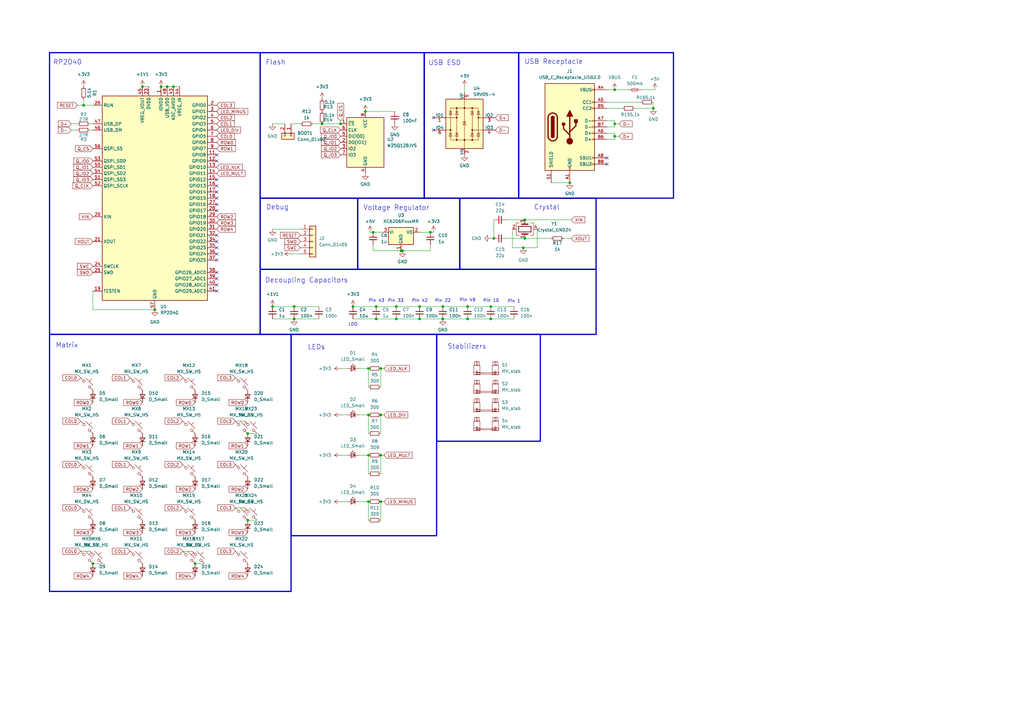
<source format=kicad_sch>
(kicad_sch (version 20231120) (generator "eeschema") (generator_version "8.0")
  (paper "A3")
  (junction (at 165.1 102.87))
  (junction (at 120.65 130.81))
  (junction (at 252.095 36.83))
  (junction (at 63.5 127))
  (junction (at 153.035 95.25))
  (junction (at 111.76 125.73))
  (junction (at 154.305 130.81))
  (junction (at 156.21 205.74))
  (junction (at 201.295 130.81))
  (junction (at 162.56 130.81))
  (junction (at 151.13 170.18))
  (junction (at 34.29 43.18))
  (junction (at 191.77 130.81))
  (junction (at 267.97 44.45))
  (junction (at 172.085 125.73))
  (junction (at 151.13 151.13))
  (junction (at 151.13 205.74))
  (junction (at 101.6 213.36))
  (junction (at 101.6 177.8))
  (junction (at 156.21 186.69))
  (junction (at 181.61 130.81))
  (junction (at 176.53 95.25))
  (junction (at 202.565 97.79))
  (junction (at 151.13 186.69))
  (junction (at 144.78 125.73))
  (junction (at 233.68 74.93))
  (junction (at 252.095 55.88))
  (junction (at 71.12 35.56))
  (junction (at 214.63 101.6))
  (junction (at 66.04 35.56))
  (junction (at 162.56 125.73))
  (junction (at 149.86 45.72))
  (junction (at 252.095 50.8))
  (junction (at 154.305 125.73))
  (junction (at 120.65 125.73))
  (junction (at 132.08 50.8))
  (junction (at 181.61 125.73))
  (junction (at 58.42 35.56))
  (junction (at 156.21 170.18))
  (junction (at 139.7 50.8))
  (junction (at 201.295 125.73))
  (junction (at 156.21 151.13))
  (junction (at 172.085 130.81))
  (junction (at 38.1 231.14))
  (junction (at 80.01 231.14))
  (junction (at 164.465 102.87))
  (junction (at 215.265 90.17))
  (junction (at 68.58 35.56))
  (junction (at 215.265 97.79))
  (junction (at 191.77 125.73))
  (no_connect (at 177.8 53.34))
  (no_connect (at 88.9 116.84))
  (no_connect (at 88.9 66.04))
  (no_connect (at 88.9 86.36))
  (no_connect (at 88.9 99.06))
  (no_connect (at 88.9 104.14))
  (no_connect (at 248.92 64.77))
  (no_connect (at 177.8 48.26))
  (no_connect (at 88.9 101.6))
  (no_connect (at 88.9 81.28))
  (no_connect (at 88.9 114.3))
  (no_connect (at 88.9 106.68))
  (no_connect (at 248.92 67.31))
  (no_connect (at 88.9 119.38))
  (no_connect (at 88.9 63.5))
  (no_connect (at 88.9 73.66))
  (no_connect (at 88.9 96.52))
  (no_connect (at 88.9 111.76))
  (no_connect (at 88.9 76.2))
  (no_connect (at 88.9 83.82))
  (no_connect (at 88.9 78.74))
  (wire (pts (xy 248.92 52.07) (xy 252.095 52.07)))
  (wire (pts (xy 248.92 44.45) (xy 255.27 44.45)))
  (wire (pts (xy 96.52 208.28) (xy 100.33 208.28)))
  (wire (pts (xy 157.48 186.69) (xy 156.21 186.69)))
  (wire (pts (xy 267.97 41.91) (xy 267.97 44.45)))
  (wire (pts (xy 151.13 170.18) (xy 151.13 177.8)))
  (wire (pts (xy 101.6 177.8) (xy 105.41 177.8)))
  (wire (pts (xy 248.92 54.61) (xy 252.095 54.61)))
  (wire (pts (xy 176.53 100.33) (xy 176.53 102.87)))
  (wire (pts (xy 190.5 35.56) (xy 190.5 38.1)))
  (wire (pts (xy 191.77 130.81) (xy 201.295 130.81)))
  (wire (pts (xy 80.01 231.14) (xy 83.82 231.14)))
  (wire (pts (xy 151.13 205.74) (xy 151.13 213.36)))
  (wire (pts (xy 207.645 97.79) (xy 215.265 97.79)))
  (wire (pts (xy 151.765 95.25) (xy 153.035 95.25)))
  (wire (pts (xy 149.86 45.72) (xy 161.925 45.72)))
  (wire (pts (xy 63.5 127) (xy 38.1 127)))
  (wire (pts (xy 252.095 50.8) (xy 254 50.8)))
  (wire (pts (xy 120.65 130.81) (xy 130.81 130.81)))
  (wire (pts (xy 202.565 97.79) (xy 201.295 97.79)))
  (wire (pts (xy 252.095 55.88) (xy 254 55.88)))
  (wire (pts (xy 139.7 50.8) (xy 139.7 49.53)))
  (wire (pts (xy 252.095 49.53) (xy 252.095 50.8)))
  (wire (pts (xy 151.13 151.13) (xy 151.13 158.75)))
  (wire (pts (xy 58.42 35.56) (xy 60.96 35.56)))
  (wire (pts (xy 176.53 95.25) (xy 177.8 95.25)))
  (wire (pts (xy 153.035 100.33) (xy 153.035 102.87)))
  (wire (pts (xy 120.65 125.73) (xy 130.81 125.73)))
  (wire (pts (xy 139.7 186.69) (xy 142.24 186.69)))
  (wire (pts (xy 156.21 151.13) (xy 156.21 158.75)))
  (wire (pts (xy 31.75 53.34) (xy 29.21 53.34)))
  (wire (pts (xy 252.095 36.83) (xy 257.81 36.83)))
  (wire (pts (xy 156.21 186.69) (xy 156.21 194.31)))
  (wire (pts (xy 210.185 93.98) (xy 210.185 101.6)))
  (wire (pts (xy 157.48 205.74) (xy 156.21 205.74)))
  (wire (pts (xy 156.21 170.18) (xy 156.21 177.8)))
  (wire (pts (xy 176.53 102.87) (xy 165.1 102.87)))
  (wire (pts (xy 215.265 90.17) (xy 234.315 90.17)))
  (wire (pts (xy 252.095 55.88) (xy 252.095 57.15)))
  (wire (pts (xy 252.095 50.8) (xy 252.095 52.07)))
  (wire (pts (xy 231.14 97.79) (xy 234.315 97.79)))
  (wire (pts (xy 157.48 151.13) (xy 156.21 151.13)))
  (wire (pts (xy 220.345 101.6) (xy 214.63 101.6)))
  (wire (pts (xy 154.305 130.81) (xy 162.56 130.81)))
  (wire (pts (xy 252.095 54.61) (xy 252.095 55.88)))
  (wire (pts (xy 128.27 50.8) (xy 132.08 50.8)))
  (wire (pts (xy 119.38 104.14) (xy 123.19 104.14)))
  (wire (pts (xy 210.185 101.6) (xy 214.63 101.6)))
  (wire (pts (xy 154.305 125.73) (xy 162.56 125.73)))
  (wire (pts (xy 111.76 50.8) (xy 116.84 50.8)))
  (wire (pts (xy 181.61 130.81) (xy 191.77 130.81)))
  (wire (pts (xy 172.085 125.73) (xy 181.61 125.73)))
  (wire (pts (xy 36.83 53.34) (xy 38.1 53.34)))
  (wire (pts (xy 144.78 125.73) (xy 154.305 125.73)))
  (wire (pts (xy 139.7 151.13) (xy 142.24 151.13)))
  (wire (pts (xy 139.7 205.74) (xy 142.24 205.74)))
  (wire (pts (xy 201.295 130.81) (xy 210.82 130.81)))
  (wire (pts (xy 31.75 50.8) (xy 29.21 50.8)))
  (wire (pts (xy 153.035 95.25) (xy 156.845 95.25)))
  (wire (pts (xy 151.13 186.69) (xy 147.32 186.69)))
  (wire (pts (xy 71.12 35.56) (xy 73.66 35.56)))
  (wire (pts (xy 151.13 186.69) (xy 151.13 194.31)))
  (wire (pts (xy 157.48 170.18) (xy 156.21 170.18)))
  (wire (pts (xy 111.76 130.81) (xy 120.65 130.81)))
  (wire (pts (xy 96.52 172.72) (xy 100.33 172.72)))
  (wire (pts (xy 201.295 125.73) (xy 210.82 125.73)))
  (wire (pts (xy 156.21 205.74) (xy 156.21 213.36)))
  (wire (pts (xy 260.35 44.45) (xy 267.97 44.45)))
  (wire (pts (xy 101.6 213.36) (xy 105.41 213.36)))
  (wire (pts (xy 36.83 50.8) (xy 38.1 50.8)))
  (wire (pts (xy 165.1 102.87) (xy 164.465 102.87)))
  (wire (pts (xy 38.1 231.14) (xy 41.91 231.14)))
  (wire (pts (xy 207.645 90.17) (xy 215.265 90.17)))
  (wire (pts (xy 33.02 226.06) (xy 36.83 226.06)))
  (wire (pts (xy 111.76 93.98) (xy 123.19 93.98)))
  (wire (pts (xy 31.75 43.18) (xy 34.29 43.18)))
  (wire (pts (xy 66.04 35.56) (xy 68.58 35.56)))
  (wire (pts (xy 248.92 49.53) (xy 252.095 49.53)))
  (wire (pts (xy 153.035 102.87) (xy 164.465 102.87)))
  (wire (pts (xy 172.085 130.81) (xy 181.61 130.81)))
  (wire (pts (xy 262.89 36.83) (xy 268.605 36.83)))
  (wire (pts (xy 162.56 125.73) (xy 172.085 125.73)))
  (wire (pts (xy 226.06 74.93) (xy 233.68 74.93)))
  (wire (pts (xy 74.93 226.06) (xy 78.74 226.06)))
  (wire (pts (xy 220.345 93.98) (xy 220.345 101.6)))
  (wire (pts (xy 172.085 95.25) (xy 176.53 95.25)))
  (wire (pts (xy 34.29 43.18) (xy 38.1 43.18)))
  (wire (pts (xy 151.13 151.13) (xy 147.32 151.13)))
  (wire (pts (xy 202.565 90.17) (xy 202.565 97.79)))
  (wire (pts (xy 139.7 170.18) (xy 142.24 170.18)))
  (wire (pts (xy 181.61 125.73) (xy 191.77 125.73)))
  (wire (pts (xy 151.13 170.18) (xy 147.32 170.18)))
  (wire (pts (xy 38.1 127) (xy 38.1 119.38)))
  (wire (pts (xy 111.76 125.73) (xy 120.65 125.73)))
  (wire (pts (xy 119.38 50.8) (xy 123.19 50.8)))
  (wire (pts (xy 248.92 41.91) (xy 262.89 41.91)))
  (wire (pts (xy 34.29 40.64) (xy 34.29 43.18)))
  (wire (pts (xy 162.56 130.81) (xy 172.085 130.81)))
  (wire (pts (xy 132.08 50.8) (xy 139.7 50.8)))
  (wire (pts (xy 144.78 130.81) (xy 154.305 130.81)))
  (wire (pts (xy 151.13 205.74) (xy 147.32 205.74)))
  (wire (pts (xy 68.58 35.56) (xy 71.12 35.56)))
  (wire (pts (xy 191.77 125.73) (xy 201.295 125.73)))
  (wire (pts (xy 226.06 97.79) (xy 215.265 97.79)))
  (wire (pts (xy 248.92 57.15) (xy 252.095 57.15)))
  (wire (pts (xy 248.92 36.83) (xy 252.095 36.83)))
  (rectangle (start 212.725 21.59) (end 276.225 81.28) (stroke (width 0.5)))
  (rectangle (start 188.595 81.28) (end 244.475 110.49) (stroke (width 0.5)))
  (rectangle (start 179.07 137.16) (end 221.615 180.975) (stroke (width 0.5)))
  (rectangle (start 20.32 21.59) (end 106.68 137.16) (stroke (width 0.5)))
  (rectangle (start 20.32 137.16) (end 119.38 242.57) (stroke (width 0.5)))
  (rectangle (start 146.685 81.28) (end 188.595 110.49) (stroke (width 0.5)))
  (rectangle (start 173.99 21.59) (end 212.725 81.28) (stroke (width 0.5)))
  (rectangle (start 119.38 137.16) (end 179.07 219.71) (stroke (width 0.5)))
  (rectangle (start 106.68 81.28) (end 146.685 110.49) (stroke (width 0.5)))
  (rectangle (start 106.68 21.59) (end 173.99 81.28) (stroke (width 0.5)))
  (rectangle (start 106.68 110.49) (end 244.475 137.16) (stroke (width 0.5)))
  (text "Pin 43" (at 154.432 123.444 0) (effects (font (size 1.27 1.27))))
  (text "LDO" (at 144.78 133.096 0) (effects (font (size 1.27 1.27))))
  (text "USB ESD" (at 182.372 25.908 0) (effects (font (size 2 2))))
  (text "Stabilizers" (at 191.516 142.24 0) (effects (font (size 2 2))))
  (text "Crystal" (at 224.282 85.09 0) (effects (font (size 2 2))))
  (text "Pin 1" (at 210.82 123.698 0) (effects (font (size 1.27 1.27))))
  (text "USB Receptacle" (at 227.076 25.4 0) (effects (font (size 2 2))))
  (text "Pin 33" (at 162.306 123.444 0) (effects (font (size 1.27 1.27))))
  (text "Pin 49" (at 191.77 123.19 0) (effects (font (size 1.27 1.27))))
  (text "Debug" (at 113.792 85.09 0) (effects (font (size 2 2))))
  (text "LEDs" (at 129.794 142.494 0) (effects (font (size 2 2))))
  (text "Pin 10" (at 201.422 123.444 0) (effects (font (size 1.27 1.27))))
  (text "Decoupling Capacitors" (at 125.73 115.062 0) (effects (font (size 2 2))))
  (text "Flash" (at 113.03 25.654 0) (effects (font (size 2 2))))
  (text "Pin 42" (at 172.212 123.444 0) (effects (font (size 1.27 1.27))))
  (text "RP2040" (at 27.686 25.654 0) (effects (font (size 2 2))))
  (text "Voltage Regulator" (at 162.56 85.344 0) (effects (font (size 2 2))))
  (text "Matrix" (at 27.432 141.732 0) (effects (font (size 2 2))))
  (text "Pin 22" (at 181.61 123.444 0) (effects (font (size 1.27 1.27))))
  (global_label "LED_DIV" (shape input) (at 88.9 53.34 0) (property "Intersheetrefs" "${INTERSHEET_REFS}" (effects (hide yes))))
  (global_label "SWC" (shape input) (at 38.1 109.22 180) (property "Intersheetrefs" "${INTERSHEET_REFS}" (effects (hide yes))))
  (global_label "Q_IO1" (shape input) (at 139.7 58.42 180) (property "Intersheetrefs" "${INTERSHEET_REFS}" (effects (hide yes))))
  (global_label "COL1" (shape input) (at 53.34 208.28 180) (property "Intersheetrefs" "${INTERSHEET_REFS}" (effects (hide yes))))
  (global_label "COL1" (shape input) (at 53.34 154.94 180) (property "Intersheetrefs" "${INTERSHEET_REFS}" (effects (hide yes))))
  (global_label "ROW4" (shape input) (at 101.6 236.22 180) (property "Intersheetrefs" "${INTERSHEET_REFS}" (effects (hide yes))))
  (global_label "COL2" (shape input) (at 74.93 154.94 180) (property "Intersheetrefs" "${INTERSHEET_REFS}" (effects (hide yes))))
  (global_label "ROW0" (shape input) (at 101.6 165.1 180) (property "Intersheetrefs" "${INTERSHEET_REFS}" (effects (hide yes))))
  (global_label "ROW1" (shape input) (at 58.42 182.88 180) (property "Intersheetrefs" "${INTERSHEET_REFS}" (effects (hide yes))))
  (global_label "XOUT" (shape input) (at 38.1 99.06 180) (property "Intersheetrefs" "${INTERSHEET_REFS}" (effects (hide yes))))
  (global_label "COL3" (shape input) (at 96.52 226.06 180) (property "Intersheetrefs" "${INTERSHEET_REFS}" (effects (hide yes))))
  (global_label "ROW1" (shape input) (at 101.6 182.88 180) (property "Intersheetrefs" "${INTERSHEET_REFS}" (effects (hide yes))))
  (global_label "COL1" (shape input) (at 53.34 172.72 180) (property "Intersheetrefs" "${INTERSHEET_REFS}" (effects (hide yes))))
  (global_label "SWC" (shape input) (at 123.19 101.6 180) (property "Intersheetrefs" "${INTERSHEET_REFS}" (effects (hide yes))))
  (global_label "ROW0" (shape input) (at 80.01 165.1 180) (property "Intersheetrefs" "${INTERSHEET_REFS}" (effects (hide yes))))
  (global_label "SWD" (shape input) (at 123.19 99.06 180) (property "Intersheetrefs" "${INTERSHEET_REFS}" (effects (hide yes))))
  (global_label "ROW0" (shape input) (at 58.42 165.1 180) (property "Intersheetrefs" "${INTERSHEET_REFS}" (effects (hide yes))))
  (global_label "ROW2" (shape input) (at 88.9 88.9 0) (property "Intersheetrefs" "${INTERSHEET_REFS}" (effects (hide yes))))
  (global_label "XIN" (shape input) (at 38.1 88.9 180) (property "Intersheetrefs" "${INTERSHEET_REFS}" (effects (hide yes))))
  (global_label "COL0" (shape input) (at 88.9 55.88 0) (property "Intersheetrefs" "${INTERSHEET_REFS}" (effects (hide yes))))
  (global_label "COL1" (shape input) (at 88.9 50.8 0) (property "Intersheetrefs" "${INTERSHEET_REFS}" (effects (hide yes))))
  (global_label "ROW2" (shape input) (at 38.1 200.66 180) (property "Intersheetrefs" "${INTERSHEET_REFS}" (effects (hide yes))))
  (global_label "ROW4" (shape input) (at 38.1 236.22 180) (property "Intersheetrefs" "${INTERSHEET_REFS}" (effects (hide yes))))
  (global_label "Q_CS" (shape input) (at 38.1 60.96 180) (property "Intersheetrefs" "${INTERSHEET_REFS}" (effects (hide yes))))
  (global_label "LED_MULT" (shape input) (at 88.9 71.12 0) (property "Intersheetrefs" "${INTERSHEET_REFS}" (effects (hide yes))))
  (global_label "COL0" (shape input) (at 33.02 208.28 180) (property "Intersheetrefs" "${INTERSHEET_REFS}" (effects (hide yes))))
  (global_label "COL2" (shape input) (at 88.9 48.26 0) (property "Intersheetrefs" "${INTERSHEET_REFS}" (effects (hide yes))))
  (global_label "ROW3" (shape input) (at 80.01 218.44 180) (property "Intersheetrefs" "${INTERSHEET_REFS}" (effects (hide yes))))
  (global_label "ROW4" (shape input) (at 58.42 236.22 180) (property "Intersheetrefs" "${INTERSHEET_REFS}" (effects (hide yes))))
  (global_label "D+" (shape input) (at 203.2 48.26 0) (property "Intersheetrefs" "${INTERSHEET_REFS}" (effects (hide yes))))
  (global_label "COL3" (shape input) (at 88.9 43.18 0) (property "Intersheetrefs" "${INTERSHEET_REFS}" (effects (hide yes))))
  (global_label "XIN" (shape input) (at 234.315 90.17 0) (property "Intersheetrefs" "${INTERSHEET_REFS}" (effects (hide yes))))
  (global_label "COL0" (shape input) (at 33.02 190.5 180) (property "Intersheetrefs" "${INTERSHEET_REFS}" (effects (hide yes))))
  (global_label "Q_CLK" (shape input) (at 139.7 53.34 180) (property "Intersheetrefs" "${INTERSHEET_REFS}" (effects (hide yes))))
  (global_label "D-" (shape input) (at 203.2 53.34 0) (property "Intersheetrefs" "${INTERSHEET_REFS}" (effects (hide yes))))
  (global_label "COL3" (shape input) (at 96.52 154.94 180) (property "Intersheetrefs" "${INTERSHEET_REFS}" (effects (hide yes))))
  (global_label "ROW1" (shape input) (at 88.9 60.96 0) (property "Intersheetrefs" "${INTERSHEET_REFS}" (effects (hide yes))))
  (global_label "Q_IO1" (shape input) (at 38.1 68.58 180) (property "Intersheetrefs" "${INTERSHEET_REFS}" (effects (hide yes))))
  (global_label "COL2" (shape input) (at 74.93 208.28 180) (property "Intersheetrefs" "${INTERSHEET_REFS}" (effects (hide yes))))
  (global_label "LED_MINUS" (shape input) (at 157.48 205.74 0) (property "Intersheetrefs" "${INTERSHEET_REFS}" (effects (hide yes))))
  (global_label "Q_IO3" (shape input) (at 139.7 63.5 180) (property "Intersheetrefs" "${INTERSHEET_REFS}" (effects (hide yes))))
  (global_label "ROW3" (shape input) (at 101.6 218.44 180) (property "Intersheetrefs" "${INTERSHEET_REFS}" (effects (hide yes))))
  (global_label "RESET" (shape input) (at 123.19 96.52 180) (property "Intersheetrefs" "${INTERSHEET_REFS}" (effects (hide yes))))
  (global_label "ROW0" (shape input) (at 38.1 165.1 180) (property "Intersheetrefs" "${INTERSHEET_REFS}" (effects (hide yes))))
  (global_label "ROW1" (shape input) (at 80.01 182.88 180) (property "Intersheetrefs" "${INTERSHEET_REFS}" (effects (hide yes))))
  (global_label "Q_IO2" (shape input) (at 38.1 71.12 180) (property "Intersheetrefs" "${INTERSHEET_REFS}" (effects (hide yes))))
  (global_label "ROW2" (shape input) (at 58.42 200.66 180) (property "Intersheetrefs" "${INTERSHEET_REFS}" (effects (hide yes))))
  (global_label "Q_CS" (shape input) (at 139.7 49.53 90) (property "Intersheetrefs" "${INTERSHEET_REFS}" (effects (hide yes))))
  (global_label "COL2" (shape input) (at 74.93 190.5 180) (property "Intersheetrefs" "${INTERSHEET_REFS}" (effects (hide yes))))
  (global_label "LED_DIV" (shape input) (at 157.48 170.18 0) (property "Intersheetrefs" "${INTERSHEET_REFS}" (effects (hide yes))))
  (global_label "COL3" (shape input) (at 96.52 208.28 180) (property "Intersheetrefs" "${INTERSHEET_REFS}" (effects (hide yes))))
  (global_label "D-" (shape input) (at 29.21 53.34 180) (property "Intersheetrefs" "${INTERSHEET_REFS}" (effects (hide yes))))
  (global_label "COL0" (shape input) (at 33.02 172.72 180) (property "Intersheetrefs" "${INTERSHEET_REFS}" (effects (hide yes))))
  (global_label "ROW2" (shape input) (at 80.01 200.66 180) (property "Intersheetrefs" "${INTERSHEET_REFS}" (effects (hide yes))))
  (global_label "COL3" (shape input) (at 96.52 172.72 180) (property "Intersheetrefs" "${INTERSHEET_REFS}" (effects (hide yes))))
  (global_label "ROW1" (shape input) (at 38.1 182.88 180) (property "Intersheetrefs" "${INTERSHEET_REFS}" (effects (hide yes))))
  (global_label "ROW3" (shape input) (at 38.1 218.44 180) (property "Intersheetrefs" "${INTERSHEET_REFS}" (effects (hide yes))))
  (global_label "ROW3" (shape input) (at 58.42 218.44 180) (property "Intersheetrefs" "${INTERSHEET_REFS}" (effects (hide yes))))
  (global_label "COL2" (shape input) (at 74.93 226.06 180) (property "Intersheetrefs" "${INTERSHEET_REFS}" (effects (hide yes))))
  (global_label "Q_IO2" (shape input) (at 139.7 60.96 180) (property "Intersheetrefs" "${INTERSHEET_REFS}" (effects (hide yes))))
  (global_label "Q_IO0" (shape input) (at 139.7 55.88 180) (property "Intersheetrefs" "${INTERSHEET_REFS}" (effects (hide yes))))
  (global_label "SWD" (shape input) (at 38.1 111.76 180) (property "Intersheetrefs" "${INTERSHEET_REFS}" (effects (hide yes))))
  (global_label "ROW4" (shape input) (at 80.01 236.22 180) (property "Intersheetrefs" "${INTERSHEET_REFS}" (effects (hide yes))))
  (global_label "ROW2" (shape input) (at 101.6 200.66 180) (property "Intersheetrefs" "${INTERSHEET_REFS}" (effects (hide yes))))
  (global_label "COL0" (shape input) (at 33.02 226.06 180) (property "Intersheetrefs" "${INTERSHEET_REFS}" (effects (hide yes))))
  (global_label "LED_NLK" (shape input) (at 88.9 68.58 0) (property "Intersheetrefs" "${INTERSHEET_REFS}" (effects (hide yes))))
  (global_label "D+" (shape input) (at 29.21 50.8 180) (property "Intersheetrefs" "${INTERSHEET_REFS}" (effects (hide yes))))
  (global_label "COL1" (shape input) (at 53.34 226.06 180) (property "Intersheetrefs" "${INTERSHEET_REFS}" (effects (hide yes))))
  (global_label "COL0" (shape input) (at 33.02 154.94 180) (property "Intersheetrefs" "${INTERSHEET_REFS}" (effects (hide yes))))
  (global_label "ROW4" (shape input) (at 88.9 93.98 0) (property "Intersheetrefs" "${INTERSHEET_REFS}" (effects (hide yes))))
  (global_label "D+" (shape input) (at 254 55.88 0) (property "Intersheetrefs" "${INTERSHEET_REFS}" (effects (hide yes))))
  (global_label "LED_MINUS" (shape input) (at 88.9 45.72 0) (property "Intersheetrefs" "${INTERSHEET_REFS}" (effects (hide yes))))
  (global_label "D-" (shape input) (at 254 50.8 0) (property "Intersheetrefs" "${INTERSHEET_REFS}" (effects (hide yes))))
  (global_label "RESET" (shape input) (at 31.75 43.18 180) (property "Intersheetrefs" "${INTERSHEET_REFS}" (effects (hide yes))))
  (global_label "COL2" (shape input) (at 74.93 172.72 180) (property "Intersheetrefs" "${INTERSHEET_REFS}" (effects (hide yes))))
  (global_label "Q_CLK" (shape input) (at 38.1 76.2 180) (property "Intersheetrefs" "${INTERSHEET_REFS}" (effects (hide yes))))
  (global_label "ROW0" (shape input) (at 88.9 58.42 0) (property "Intersheetrefs" "${INTERSHEET_REFS}" (effects (hide yes))))
  (global_label "COL3" (shape input) (at 96.52 190.5 180) (property "Intersheetrefs" "${INTERSHEET_REFS}" (effects (hide yes))))
  (global_label "ROW3" (shape input) (at 88.9 91.44 0) (property "Intersheetrefs" "${INTERSHEET_REFS}" (effects (hide yes))))
  (global_label "LED_MULT" (shape input) (at 157.48 186.69 0) (property "Intersheetrefs" "${INTERSHEET_REFS}" (effects (hide yes))))
  (global_label "LED_NLK" (shape input) (at 157.48 151.13 0) (property "Intersheetrefs" "${INTERSHEET_REFS}" (effects (hide yes))))
  (global_label "Q_IO0" (shape input) (at 38.1 66.04 180) (property "Intersheetrefs" "${INTERSHEET_REFS}" (effects (hide yes))))
  (global_label "COL1" (shape input) (at 53.34 190.5 180) (property "Intersheetrefs" "${INTERSHEET_REFS}" (effects (hide yes))))
  (global_label "XOUT" (shape input) (at 234.315 97.79 0) (property "Intersheetrefs" "${INTERSHEET_REFS}" (effects (hide yes))))
  (global_label "Q_IO3" (shape input) (at 38.1 73.66 180) (property "Intersheetrefs" "${INTERSHEET_REFS}" (effects (hide yes))))
  (symbol (lib_name "GND_1") (lib_id "power:GND") (at 111.76 50.8 0) (unit 1)
    (property "Reference" "#PWR010" (effects (hide yes)))
    (property "Value" "GND" (at 111.76 55.88 0))
    (property "Description" "Power symbol creates a global label with name \"GND\" , ground" (effects (hide yes)))
  )
  (symbol (lib_id "Device:R_Small") (at 265.43 41.91 90) (unit 1)
    (property "Reference" "R16" (at 262.89 40.005 90))
    (property "Value" "5.1k" (at 266.7 40.005 90))
    (property "Footprint" "Resistor_SMD:R_0402_1005Metric" (effects (hide yes)))
  )
  (symbol (lib_id "Device:C_Small") (at 161.925 48.26 0) (unit 1)
    (property "Reference" "C8" (at 165.1 46.9962 0) (effects (justify left)))
    (property "Value" "100nF" (at 165.1 49.5362 0) (effects (justify left)))
    (property "Footprint" "Capacitor_SMD:C_0402_1005Metric" (effects (hide yes)))
  )
  (symbol (lib_id "PCM_marbastlib-mx:MX_SW_HS_CPG151101S11") (at 102.87 175.26 0) (unit 1)
    (property "Reference" "MX23" (at 102.87 167.64 0))
    (property "Value" "MX_SW_HS" (at 102.87 170.18 0))
    (property "Footprint" "PCM_marbastlib-mx:SW_MX_1u" (effects (hide yes)))
    (property "Description" "Push button switch, normally open, two pins, 45° tilted, Kailh CPG151101S11 for Cherry MX style switches" (effects (hide yes)))
  )
  (symbol (lib_id "Device:R_Small") (at 34.29 38.1 180) (unit 1)
    (property "Reference" "R1" (at 38.862 38.1 90))
    (property "Value" "5.1k" (at 36.576 38.1 90))
    (property "Footprint" "Resistor_SMD:R_0603_1608Metric" (effects (hide yes)))
  )
  (symbol (lib_id "PCM_marbastlib-mx:MX_SW_HS_CPG151101S11") (at 55.88 210.82 0) (unit 1)
    (property "Reference" "MX10" (at 55.88 203.2 0))
    (property "Value" "MX_SW_HS" (at 55.88 205.74 0))
    (property "Footprint" "PCM_marbastlib-mx:SW_MX_1u" (effects (hide yes)))
    (property "Description" "Push button switch, normally open, two pins, 45° tilted, Kailh CPG151101S11 for Cherry MX style switches" (effects (hide yes)))
  )
  (symbol (lib_id "Device:C_Small") (at 130.81 128.27 0) (unit 1)
    (property "Reference" "C3" (at 133.35 127.0063 0) (effects (justify left)))
    (property "Value" "100n" (at 133.35 129.5463 0) (effects (justify left)))
    (property "Footprint" "Capacitor_SMD:C_0402_1005Metric" (effects (hide yes)))
  )
  (symbol (lib_id "PCM_marbastlib-mx:MX_SW_HS_CPG151101S11") (at 99.06 157.48 0) (unit 1)
    (property "Reference" "MX18" (at 99.06 149.86 0))
    (property "Value" "MX_SW_HS" (at 99.06 152.4 0))
    (property "Footprint" "PCM_marbastlib-mx:SW_MX_1u" (effects (hide yes)))
    (property "Description" "Push button switch, normally open, two pins, 45° tilted, Kailh CPG151101S11 for Cherry MX style switches" (effects (hide yes)))
  )
  (symbol (lib_id "power:+3V3") (at 177.8 95.25 0) (unit 1)
    (property "Reference" "#PWR025" (effects (hide yes)))
    (property "Value" "+3V3" (at 177.8 90.805 0))
  )
  (symbol (lib_id "Device:D_Small") (at 38.1 162.56 90) (unit 1)
    (property "Reference" "D5" (at 40.64 161.2899 90) (effects (justify right)))
    (property "Value" "D_Small" (at 40.64 163.8299 90) (effects (justify right)))
    (property "Footprint" "g80-5000:D_SOD-123-ShiftedSoldermask" (effects (hide yes)))
    (property "Description" "Diode, small symbol" (effects (hide yes)))
    (property "Sim.Device" "D" (effects (hide yes)))
    (property "Sim.Pins" "1=K 2=A" (effects (hide yes)))
  )
  (symbol (lib_id "Device:C_Small") (at 191.77 128.27 0) (unit 1)
    (property "Reference" "C12" (at 194.31 127.0063 0) (effects (justify left)))
    (property "Value" "100n" (at 194.31 129.5463 0) (effects (justify left)))
    (property "Footprint" "Capacitor_SMD:C_0402_1005Metric" (effects (hide yes)))
  )
  (symbol (lib_id "Device:D_Small") (at 38.1 180.34 90) (unit 1)
    (property "Reference" "D6" (at 40.64 179.0699 90) (effects (justify right)))
    (property "Value" "D_Small" (at 40.64 181.6099 90) (effects (justify right)))
    (property "Footprint" "g80-5000:D_SOD-123-ShiftedSoldermask" (effects (hide yes)))
    (property "Description" "Diode, small symbol" (effects (hide yes)))
    (property "Sim.Device" "D" (effects (hide yes)))
    (property "Sim.Pins" "1=K 2=A" (effects (hide yes)))
  )
  (symbol (lib_id "Device:D_Small") (at 80.01 180.34 90) (unit 1)
    (property "Reference" "D16" (at 82.55 179.0699 90) (effects (justify right)))
    (property "Value" "D_Small" (at 82.55 181.6099 90) (effects (justify right)))
    (property "Footprint" "g80-5000:D_SOD-123-ShiftedSoldermask" (effects (hide yes)))
    (property "Description" "Diode, small symbol" (effects (hide yes)))
    (property "Sim.Device" "D" (effects (hide yes)))
    (property "Sim.Pins" "1=K 2=A" (effects (hide yes)))
  )
  (symbol (lib_id "PCM_marbastlib-mx:MX_SW_HS_CPG151101S11") (at 99.06 193.04 0) (unit 1)
    (property "Reference" "MX20" (at 99.06 185.42 0))
    (property "Value" "MX_SW_HS" (at 99.06 187.96 0))
    (property "Footprint" "PCM_marbastlib-mx:SW_MX_1u" (effects (hide yes)))
    (property "Description" "Push button switch, normally open, two pins, 45° tilted, Kailh CPG151101S11 for Cherry MX style switches" (effects (hide yes)))
  )
  (symbol (lib_id "Device:Fuse_Small") (at 260.35 36.83 0) (unit 1)
    (property "Reference" "F1" (at 260.35 31.75 0))
    (property "Value" "500mA" (at 260.35 34.29 0))
    (property "Footprint" "Fuse:Fuse_1206_3216Metric" (effects (hide yes)))
  )
  (symbol (lib_id "power:+5V") (at 190.5 35.56 0) (unit 1)
    (property "Reference" "#PWR027" (effects (hide yes)))
    (property "Value" "+5V" (at 190.5 31.115 0))
  )
  (symbol (lib_id "PCM_marbastlib-mx:MX_SW_HS_CPG151101S11") (at 77.47 228.6 0) (unit 1)
    (property "Reference" "MX16" (at 77.47 220.98 0))
    (property "Value" "MX_SW_HS" (at 77.47 223.52 0))
    (property "Footprint" "PCM_marbastlib-mx:SW_MX_1u" (effects (hide yes)))
    (property "Description" "Push button switch, normally open, two pins, 45° tilted, Kailh CPG151101S11 for Cherry MX style switches" (effects (hide yes)))
  )
  (symbol (lib_id "PCM_marbastlib-mx:MX_SW_HS_CPG151101S11") (at 55.88 157.48 0) (unit 1)
    (property "Reference" "MX7" (at 55.88 149.86 0))
    (property "Value" "MX_SW_HS" (at 55.88 152.4 0))
    (property "Footprint" "PCM_marbastlib-mx:SW_MX_1u" (effects (hide yes)))
    (property "Description" "Push button switch, normally open, two pins, 45° tilted, Kailh CPG151101S11 for Cherry MX style switches" (effects (hide yes)))
  )
  (symbol (lib_id "power:+3V3") (at 34.29 35.56 0) (unit 1)
    (property "Reference" "#PWR01" (effects (hide yes)))
    (property "Value" "+3V3" (at 34.29 30.48 0))
  )
  (symbol (lib_id "PCM_marbastlib-mx:MX_SW_HS_CPG151101S11") (at 77.47 157.48 0) (unit 1)
    (property "Reference" "MX12" (at 77.47 149.86 0))
    (property "Value" "MX_SW_HS" (at 77.47 152.4 0))
    (property "Footprint" "PCM_marbastlib-mx:SW_MX_1u" (effects (hide yes)))
    (property "Description" "Push button switch, normally open, two pins, 45° tilted, Kailh CPG151101S11 for Cherry MX style switches" (effects (hide yes)))
  )
  (symbol (lib_id "power:+3V3") (at 139.7 186.69 90) (unit 1)
    (property "Reference" "#PWR04" (effects (hide yes)))
    (property "Value" "+3V3" (at 135.89 186.6899 90) (effects (justify left)))
  )
  (symbol (lib_name "GND_2") (lib_id "power:GND") (at 63.5 127 0) (unit 1)
    (property "Reference" "#PWR07" (effects (hide yes)))
    (property "Value" "GND" (at 63.5 132.08 0))
    (property "Description" "Power symbol creates a global label with name \"GND\" , ground" (effects (hide yes)))
  )
  (symbol (lib_id "Device:C_Small") (at 144.78 128.27 0) (unit 1)
    (property "Reference" "C4" (at 147.32 127.0063 0) (effects (justify left)))
    (property "Value" "10u" (at 147.32 129.5463 0) (effects (justify left)))
    (property "Footprint" "Capacitor_SMD:C_0603_1608Metric" (effects (hide yes)))
  )
  (symbol (lib_id "PCM_marbastlib-mx:MX_SW_HS_CPG151101S11") (at 77.47 193.04 0) (unit 1)
    (property "Reference" "MX14" (at 77.47 185.42 0))
    (property "Value" "MX_SW_HS" (at 77.47 187.96 0))
    (property "Footprint" "PCM_marbastlib-mx:SW_MX_1u" (effects (hide yes)))
    (property "Description" "Push button switch, normally open, two pins, 45° tilted, Kailh CPG151101S11 for Cherry MX style switches" (effects (hide yes)))
  )
  (symbol (lib_id "Device:LED_Small") (at 144.78 205.74 0) (mirror y) (unit 1)
    (property "Reference" "D4" (at 144.7165 199.39 0))
    (property "Value" "LED_Small" (at 144.7165 201.93 0))
    (property "Footprint" "PCM_marbastlib-mx:LED_MX_3mm" (effects (hide yes)))
  )
  (symbol (lib_id "PCM_marbastlib-mx:MX_SW_HS_CPG151101S11") (at 35.56 193.04 0) (unit 1)
    (property "Reference" "MX3" (at 35.56 185.42 0))
    (property "Value" "MX_SW_HS" (at 35.56 187.96 0))
    (property "Footprint" "PCM_marbastlib-mx:SW_MX_1u" (effects (hide yes)))
    (property "Description" "Push button switch, normally open, two pins, 45° tilted, Kailh CPG151101S11 for Cherry MX style switches" (effects (hide yes)))
  )
  (symbol (lib_id "PCM_marbastlib-mx:MX_SW_HS_CPG151101S11") (at 55.88 228.6 0) (unit 1)
    (property "Reference" "MX11" (at 55.88 220.98 0))
    (property "Value" "MX_SW_HS" (at 55.88 223.52 0))
    (property "Footprint" "PCM_marbastlib-mx:SW_MX_1u" (effects (hide yes)))
    (property "Description" "Push button switch, normally open, two pins, 45° tilted, Kailh CPG151101S11 for Cherry MX style switches" (effects (hide yes)))
  )
  (symbol (lib_id "power:GND") (at 149.86 71.12 0) (unit 1)
    (property "Reference" "#PWR019" (effects (hide yes)))
    (property "Value" "GND" (at 149.86 75.565 0))
  )
  (symbol (lib_id "Device:C_Small") (at 176.53 97.79 0) (unit 1)
    (property "Reference" "C10" (at 179.705 96.5263 0) (effects (justify left)))
    (property "Value" "1u" (at 179.705 99.0663 0) (effects (justify left)))
    (property "Footprint" "Capacitor_SMD:C_0402_1005Metric" (effects (hide yes)))
  )
  (symbol (lib_id "Device:D_Small") (at 58.42 198.12 90) (unit 1)
    (property "Reference" "D12" (at 60.96 196.8499 90) (effects (justify right)))
    (property "Value" "D_Small" (at 60.96 199.3899 90) (effects (justify right)))
    (property "Footprint" "g80-5000:D_SOD-123-ShiftedSoldermask" (effects (hide yes)))
    (property "Description" "Diode, small symbol" (effects (hide yes)))
    (property "Sim.Device" "D" (effects (hide yes)))
    (property "Sim.Pins" "1=K 2=A" (effects (hide yes)))
  )
  (symbol (lib_id "Connector_Generic:Conn_01x02") (at 119.38 55.88 270) (unit 1)
    (property "Reference" "BOOT1" (at 121.92 54.6099 90) (effects (justify left)))
    (property "Value" "Conn_01x02" (at 121.92 57.1499 90) (effects (justify left)))
    (property "Footprint" "Connector_PinHeader_2.54mm:PinHeader_1x02_P2.54mm_Vertical" (effects (hide yes)))
    (property "Description" "Generic connector, single row, 01x02, script generated (kicad-library-utils/schlib/autogen/connector/)" (effects (hide yes)))
  )
  (symbol (lib_id "Regulator_Linear:XC6206PxxxMR") (at 164.465 95.25 0) (unit 1)
    (property "Reference" "U3" (at 164.465 88.265 0))
    (property "Value" "XC6206PxxxMR" (at 164.465 90.805 0))
    (property "Footprint" "Package_TO_SOT_SMD:SOT-23-3" (effects (hide yes)))
    (property "Datasheet" "https://www.torexsemi.com/file/xc6206/XC6206.pdf" (effects (hide yes)))
  )
  (symbol (lib_id "Device:R_Small") (at 153.67 151.13 270) (mirror x) (unit 1)
    (property "Reference" "R4" (at 153.67 145.415 90))
    (property "Value" "300" (at 153.67 147.955 90))
    (property "Footprint" "Resistor_THT:R_Axial_DIN0207_L6.3mm_D2.5mm_P10.16mm_Horizontal" (effects (hide yes)))
  )
  (symbol (lib_id "PCM_marbastlib-mx:MX_SW_HS_CPG151101S11") (at 55.88 193.04 0) (unit 1)
    (property "Reference" "MX9" (at 55.88 185.42 0))
    (property "Value" "MX_SW_HS" (at 55.88 187.96 0))
    (property "Footprint" "PCM_marbastlib-mx:SW_MX_1u" (effects (hide yes)))
    (property "Description" "Push button switch, normally open, two pins, 45° tilted, Kailh CPG151101S11 for Cherry MX style switches" (effects (hide yes)))
  )
  (symbol (lib_id "Device:D_Small") (at 101.6 215.9 90) (unit 1)
    (property "Reference" "D23" (at 104.14 214.6299 90) (effects (justify right)))
    (property "Value" "D_Small" (at 104.14 217.1699 90) (effects (justify right)))
    (property "Footprint" "g80-5000:D_SOD-123-ShiftedSoldermask" (effects (hide yes)))
    (property "Description" "Diode, small symbol" (effects (hide yes)))
    (property "Sim.Device" "D" (effects (hide yes)))
    (property "Sim.Pins" "1=K 2=A" (effects (hide yes)))
  )
  (symbol (lib_id "Device:C_Small") (at 210.82 128.27 0) (unit 1)
    (property "Reference" "C16" (at 213.36 127.0063 0) (effects (justify left)))
    (property "Value" "100n" (at 213.36 129.5463 0) (effects (justify left)))
    (property "Footprint" "Capacitor_SMD:C_0402_1005Metric" (effects (hide yes)))
  )
  (symbol (lib_id "Connector_Generic:Conn_01x05") (at 128.27 99.06 0) (unit 1)
    (property "Reference" "J2" (at 130.81 97.79 0) (effects (justify left)))
    (property "Value" "Conn_01x05" (at 130.81 100.33 0) (effects (justify left)))
    (property "Footprint" "Connector_PinHeader_2.54mm:PinHeader_1x05_P2.54mm_Vertical" (effects (hide yes)))
  )
  (symbol (lib_id "PCM_marbastlib-mx:MX_SW_HS_CPG151101S11") (at 81.28 228.6 0) (unit 1)
    (property "Reference" "MX17" (at 81.28 220.98 0))
    (property "Value" "MX_SW_HS" (at 81.28 223.52 0))
    (property "Footprint" "PCM_marbastlib-mx:SW_MX_1u" (effects (hide yes)))
    (property "Description" "Push button switch, normally open, two pins, 45° tilted, Kailh CPG151101S11 for Cherry MX style switches" (effects (hide yes)))
  )
  (symbol (lib_id "Device:R_Small") (at 153.67 213.36 90) (unit 1)
    (property "Reference" "R11" (at 153.67 208.28 90))
    (property "Value" "300" (at 153.67 210.82 90))
    (property "Footprint" "Resistor_SMD:R_1206_3216Metric_Pad1.30x1.75mm_HandSolder" (effects (hide yes)))
    (property "Description" "Resistor, small symbol" (effects (hide yes)))
  )
  (symbol (lib_id "Device:R_Small") (at 228.6 97.79 90) (unit 1)
    (property "Reference" "R17" (at 228.6 99.695 90))
    (property "Value" "1k" (at 228.6 102.235 90))
    (property "Footprint" "Resistor_SMD:R_0402_1005Metric" (effects (hide yes)))
  )
  (symbol (lib_id "Device:D_Small") (at 101.6 233.68 90) (unit 1)
    (property "Reference" "D24" (at 104.14 232.4099 90) (effects (justify right)))
    (property "Value" "D_Small" (at 104.14 234.9499 90) (effects (justify right)))
    (property "Footprint" "g80-5000:D_SOD-123-ShiftedSoldermask" (effects (hide yes)))
    (property "Description" "Diode, small symbol" (effects (hide yes)))
    (property "Sim.Device" "D" (effects (hide yes)))
    (property "Sim.Pins" "1=K 2=A" (effects (hide yes)))
  )
  (symbol (lib_id "PCM_marbastlib-mx:MX_SW_HS_CPG151101S11") (at 35.56 157.48 0) (unit 1)
    (property "Reference" "MX1" (at 35.56 149.86 0))
    (property "Value" "MX_SW_HS" (at 35.56 152.4 0))
    (property "Footprint" "PCM_marbastlib-mx:SW_MX_1u" (effects (hide yes)))
    (property "Description" "Push button switch, normally open, two pins, 45° tilted, Kailh CPG151101S11 for Cherry MX style switches" (effects (hide yes)))
  )
  (symbol (lib_id "PCM_marbastlib-various:SRV05-4") (at 190.5 50.8 0) (unit 1)
    (property "Reference" "U4" (at 194.1261 36.195 0) (effects (justify left)))
    (property "Value" "SRV05-4" (at 194.1261 38.735 0) (effects (justify left)))
    (property "Footprint" "PCM_marbastlib-various:SOT-23-6-routable" (effects (hide yes)))
    (property "Datasheet" "http://www.onsemi.com/pub/Collateral/SRV05-4-D.PDF" (effects (hide yes)))
  )
  (symbol (lib_id "power:GND") (at 267.97 44.45 0) (unit 1)
    (property "Reference" "#PWR021" (effects (hide yes)))
    (property "Value" "GND" (at 267.97 48.895 0))
  )
  (symbol (lib_id "Device:C_Small") (at 205.105 97.79 90) (unit 1)
    (property "Reference" "C15" (at 205.105 102.235 90))
    (property "Value" "22p" (at 205.105 104.775 90))
    (property "Footprint" "Capacitor_SMD:C_0402_1005Metric" (effects (hide yes)))
  )
  (symbol (lib_id "Device:R_Small") (at 34.29 50.8 90) (unit 1)
    (property "Reference" "R2" (at 34.29 46.99 90))
    (property "Value" "27R" (at 34.29 49.022 90))
    (property "Footprint" "Resistor_SMD:R_0402_1005Metric" (effects (hide yes)))
  )
  (symbol (lib_id "Memory_Flash:W25Q128JVS") (at 149.86 58.42 0) (unit 1)
    (property "Reference" "U2" (at 158.75 57.15 0) (effects (justify left)))
    (property "Value" "W25Q128JVS" (at 158.75 59.69 0) (effects (justify left)))
    (property "Footprint" "Package_SO:SOIC-8_5.23x5.23mm_P1.27mm" (effects (hide yes)))
    (property "Datasheet" "http://www.winbond.com/resource-files/w25q128jv_dtr%20revc%2003272018%20plus.pdf" (effects (hide yes)))
  )
  (symbol (lib_id "power:GND") (at 161.925 50.8 0) (unit 1)
    (property "Reference" "#PWR023" (effects (hide yes)))
    (property "Value" "GND" (at 161.925 55.245 0))
  )
  (symbol (lib_id "Device:D_Small") (at 38.1 215.9 90) (unit 1)
    (property "Reference" "D8" (at 40.64 214.6299 90) (effects (justify right)))
    (property "Value" "D_Small" (at 40.64 217.1699 90) (effects (justify right)))
    (property "Footprint" "g80-5000:D_SOD-123-ShiftedSoldermask" (effects (hide yes)))
    (property "Description" "Diode, small symbol" (effects (hide yes)))
    (property "Sim.Device" "D" (effects (hide yes)))
    (property "Sim.Pins" "1=K 2=A" (effects (hide yes)))
  )
  (symbol (lib_id "Device:D_Small") (at 80.01 215.9 90) (unit 1)
    (property "Reference" "D18" (at 82.55 214.6299 90) (effects (justify right)))
    (property "Value" "D_Small" (at 82.55 217.1699 90) (effects (justify right)))
    (property "Footprint" "g80-5000:D_SOD-123-ShiftedSoldermask" (effects (hide yes)))
    (property "Description" "Diode, small symbol" (effects (hide yes)))
    (property "Sim.Device" "D" (effects (hide yes)))
    (property "Sim.Pins" "1=K 2=A" (effects (hide yes)))
  )
  (symbol (lib_id "Connector:USB_C_Receptacle_USB2.0") (at 233.68 52.07 0) (unit 1)
    (property "Reference" "J1" (at 233.68 29.21 0))
    (property "Value" "USB_C_Receptacle_USB2.0" (at 233.68 31.75 0))
    (property "Footprint" "PCM_marbastlib-various:USB_C_Receptacle_HRO_TYPE-C-31-M-12" (effects (hide yes)))
    (property "Datasheet" "https://www.usb.org/sites/default/files/documents/usb_type-c.zip" (effects (hide yes)))
  )
  (symbol (lib_id "Device:D_Small") (at 101.6 162.56 90) (unit 1)
    (property "Reference" "D20" (at 104.14 161.2899 90) (effects (justify right)))
    (property "Value" "D_Small" (at 104.14 163.8299 90) (effects (justify right)))
    (property "Footprint" "g80-5000:D_SOD-123-ShiftedSoldermask" (effects (hide yes)))
    (property "Description" "Diode, small symbol" (effects (hide yes)))
    (property "Sim.Device" "D" (effects (hide yes)))
    (property "Sim.Pins" "1=K 2=A" (effects (hide yes)))
  )
  (symbol (lib_id "Device:D_Small") (at 80.01 162.56 90) (unit 1)
    (property "Reference" "D15" (at 82.55 161.2899 90) (effects (justify right)))
    (property "Value" "D_Small" (at 82.55 163.8299 90) (effects (justify right)))
    (property "Footprint" "g80-5000:D_SOD-123-ShiftedSoldermask" (effects (hide yes)))
    (property "Description" "Diode, small symbol" (effects (hide yes)))
    (property "Sim.Device" "D" (effects (hide yes)))
    (property "Sim.Pins" "1=K 2=A" (effects (hide yes)))
  )
  (symbol (lib_id "Device:R_Small") (at 125.73 50.8 90) (unit 1)
    (property "Reference" "R12" (at 125.73 45.72 90))
    (property "Value" "1k" (at 125.73 48.26 90))
    (property "Footprint" "Resistor_SMD:R_0603_1608Metric" (effects (hide yes)))
    (property "Description" "Resistor, small symbol" (effects (hide yes)))
  )
  (symbol (lib_id "power:+1V1") (at 58.42 35.56 0) (unit 1)
    (property "Reference" "#PWR06" (effects (hide yes)))
    (property "Value" "+1V1" (at 58.42 30.48 0))
  )
  (symbol (lib_id "Device:D_Small") (at 38.1 233.68 90) (unit 1)
    (property "Reference" "D9" (at 40.64 232.4099 90) (effects (justify right)))
    (property "Value" "D_Small" (at 40.64 234.9499 90) (effects (justify right)))
    (property "Footprint" "g80-5000:D_SOD-123-ShiftedSoldermask" (effects (hide yes)))
    (property "Description" "Diode, small symbol" (effects (hide yes)))
    (property "Sim.Device" "D" (effects (hide yes)))
    (property "Sim.Pins" "1=K 2=A" (effects (hide yes)))
  )
  (symbol (lib_id "Device:D_Small") (at 101.6 198.12 90) (unit 1)
    (property "Reference" "D22" (at 104.14 196.8499 90) (effects (justify right)))
    (property "Value" "D_Small" (at 104.14 199.3899 90) (effects (justify right)))
    (property "Footprint" "g80-5000:D_SOD-123-ShiftedSoldermask" (effects (hide yes)))
    (property "Description" "Diode, small symbol" (effects (hide yes)))
    (property "Sim.Device" "D" (effects (hide yes)))
    (property "Sim.Pins" "1=K 2=A" (effects (hide yes)))
  )
  (symbol (lib_id "Device:C_Small") (at 120.65 128.27 0) (unit 1)
    (property "Reference" "C2" (at 123.19 127.0063 0) (effects (justify left)))
    (property "Value" "100n" (at 123.19 129.5463 0) (effects (justify left)))
    (property "Footprint" "Capacitor_SMD:C_0402_1005Metric" (effects (hide yes)))
  )
  (symbol (lib_id "Device:C_Small") (at 111.76 128.27 0) (unit 1)
    (property "Reference" "C1" (at 114.3 127.0063 0) (effects (justify left)))
    (property "Value" "1u" (at 114.3 129.5463 0) (effects (justify left)))
    (property "Footprint" "Capacitor_SMD:C_0402_1005Metric" (effects (hide yes)))
  )
  (symbol (lib_id "Device:R_Small") (at 257.81 44.45 90) (unit 1)
    (property "Reference" "R15" (at 256.54 46.99 90))
    (property "Value" "5.1k" (at 260.35 46.99 90))
    (property "Footprint" "Resistor_SMD:R_0402_1005Metric" (effects (hide yes)))
  )
  (symbol (lib_id "Device:D_Small") (at 58.42 162.56 90) (unit 1)
    (property "Reference" "D10" (at 60.96 161.2899 90) (effects (justify right)))
    (property "Value" "D_Small" (at 60.96 163.8299 90) (effects (justify right)))
    (property "Footprint" "g80-5000:D_SOD-123-ShiftedSoldermask" (effects (hide yes)))
    (property "Description" "Diode, small symbol" (effects (hide yes)))
    (property "Sim.Device" "D" (effects (hide yes)))
    (property "Sim.Pins" "1=K 2=A" (effects (hide yes)))
  )
  (symbol (lib_id "PCM_marbastlib-mx:MX_SW_HS_CPG151101S11") (at 77.47 175.26 0) (unit 1)
    (property "Reference" "MX13" (at 77.47 167.64 0))
    (property "Value" "MX_SW_HS" (at 77.47 170.18 0))
    (property "Footprint" "PCM_marbastlib-mx:SW_MX_1u" (effects (hide yes)))
    (property "Description" "Push button switch, normally open, two pins, 45° tilted, Kailh CPG151101S11 for Cherry MX style switches" (effects (hide yes)))
  )
  (symbol (lib_id "PCM_marbastlib-mx:MX_SW_HS_CPG151101S11") (at 77.47 210.82 0) (unit 1)
    (property "Reference" "MX15" (at 77.47 203.2 0))
    (property "Value" "MX_SW_HS" (at 77.47 205.74 0))
    (property "Footprint" "PCM_marbastlib-mx:SW_MX_1u" (effects (hide yes)))
    (property "Description" "Push button switch, normally open, two pins, 45° tilted, Kailh CPG151101S11 for Cherry MX style switches" (effects (hide yes)))
  )
  (symbol (lib_id "power:VBUS") (at 252.095 36.83 0) (unit 1)
    (property "Reference" "#PWR016" (effects (hide yes)))
    (property "Value" "VBUS" (at 252.095 31.75 0))
  )
  (symbol (lib_id "PCM_marbastlib-mx:MX_SW_HS_CPG151101S11") (at 39.37 228.6 0) (unit 1)
    (property "Reference" "MX6" (at 39.37 220.98 0))
    (property "Value" "MX_SW_HS" (at 39.37 223.52 0))
    (property "Footprint" "PCM_marbastlib-mx:SW_MX_1u" (effects (hide yes)))
    (property "Description" "Push button switch, normally open, two pins, 45° tilted, Kailh CPG151101S11 for Cherry MX style switches" (effects (hide yes)))
  )
  (symbol (lib_id "power:+3V3") (at 132.08 40.64 0) (unit 1)
    (property "Reference" "#PWR015" (effects (hide yes)))
    (property "Value" "+3V3" (at 132.08 35.56 0))
  )
  (symbol (lib_id "Device:LED_Small") (at 144.78 186.69 0) (mirror y) (unit 1)
    (property "Reference" "D3" (at 144.7165 180.34 0))
    (property "Value" "LED_Small" (at 144.7165 182.88 0))
    (property "Footprint" "PCM_marbastlib-mx:LED_MX_3mm" (effects (hide yes)))
  )
  (symbol (lib_id "power:+1V1") (at 111.76 125.73 0) (unit 1)
    (property "Reference" "#PWR09" (effects (hide yes)))
    (property "Value" "+1V1" (at 111.76 120.65 0))
  )
  (symbol (lib_id "power:+3V3") (at 119.38 104.14 90) (unit 1)
    (property "Reference" "#PWR012" (effects (hide yes)))
    (property "Value" "+3V3" (at 116.205 104.14 90) (effects (justify left)))
  )
  (symbol (lib_id "Device:C_Small") (at 201.295 128.27 0) (unit 1)
    (property "Reference" "C13" (at 203.835 127.0063 0) (effects (justify left)))
    (property "Value" "100n" (at 203.835 129.5463 0) (effects (justify left)))
    (property "Footprint" "Capacitor_SMD:C_0402_1005Metric" (effects (hide yes)))
  )
  (symbol (lib_id "power:GND") (at 201.295 97.79 270) (unit 1)
    (property "Reference" "#PWR029" (effects (hide yes)))
    (property "Value" "GND" (at 197.485 97.79 90) (effects (justify right)))
  )
  (symbol (lib_id "Device:D_Small") (at 58.42 215.9 90) (unit 1)
    (property "Reference" "D13" (at 60.96 214.6299 90) (effects (justify right)))
    (property "Value" "D_Small" (at 60.96 217.1699 90) (effects (justify right)))
    (property "Footprint" "g80-5000:D_SOD-123-ShiftedSoldermask" (effects (hide yes)))
    (property "Description" "Diode, small symbol" (effects (hide yes)))
    (property "Sim.Device" "D" (effects (hide yes)))
    (property "Sim.Pins" "1=K 2=A" (effects (hide yes)))
  )
  (symbol (lib_id "Device:R_Small") (at 153.67 205.74 270) (mirror x) (unit 1)
    (property "Reference" "R10" (at 153.67 200.025 90))
    (property "Value" "300" (at 153.67 202.565 90))
    (property "Footprint" "Resistor_THT:R_Axial_DIN0207_L6.3mm_D2.5mm_P10.16mm_Horizontal" (effects (hide yes)))
  )
  (symbol (lib_id "Device:C_Small") (at 181.61 128.27 0) (unit 1)
    (property "Reference" "C11" (at 184.15 127.0063 0) (effects (justify left)))
    (property "Value" "100n" (at 184.15 129.5463 0) (effects (justify left)))
    (property "Footprint" "Capacitor_SMD:C_0402_1005Metric" (effects (hide yes)))
  )
  (symbol (lib_id "power:+3V3") (at 139.7 170.18 90) (unit 1)
    (property "Reference" "#PWR03" (effects (hide yes)))
    (property "Value" "+3V3" (at 135.89 170.1799 90) (effects (justify left)))
  )
  (symbol (lib_id "PCM_marbastlib-mx:MX_stab") (at 199.39 166.37 0) (unit 1)
    (property "Reference" "S3" (at 205.74 164.9729 0) (effects (justify left)))
    (property "Value" "MX_stab" (at 205.74 167.5129 0) (effects (justify left)))
    (property "Footprint" "PCM_marbastlib-mx:STAB_MX_P_2u" (effects (hide yes)))
    (property "Description" "Cherry MX-style stabilizer" (effects (hide yes)))
  )
  (symbol (lib_id "power:+3V3") (at 139.7 151.13 90) (unit 1)
    (property "Reference" "#PWR02" (effects (hide yes)))
    (property "Value" "+3V3" (at 135.89 151.1299 90) (effects (justify left)))
  )
  (symbol (lib_id "Device:R_Small") (at 153.67 177.8 90) (unit 1)
    (property "Reference" "R7" (at 153.67 172.72 90))
    (property "Value" "300" (at 153.67 175.26 90))
    (property "Footprint" "Resistor_SMD:R_1206_3216Metric_Pad1.30x1.75mm_HandSolder" (effects (hide yes)))
    (property "Description" "Resistor, small symbol" (effects (hide yes)))
  )
  (symbol (lib_id "Device:R_Small") (at 153.67 186.69 270) (mirror x) (unit 1)
    (property "Reference" "R8" (at 153.67 180.975 90))
    (property "Value" "309" (at 153.67 183.515 90))
    (property "Footprint" "Resistor_THT:R_Axial_DIN0207_L6.3mm_D2.5mm_P10.16mm_Horizontal" (effects (hide yes)))
  )
  (symbol (lib_id "power:+5V") (at 268.605 36.83 0) (unit 1)
    (property "Reference" "#PWR022" (effects (hide yes)))
    (property "Value" "+5V" (at 268.605 32.385 0))
  )
  (symbol (lib_id "Device:D_Small") (at 58.42 233.68 90) (unit 1)
    (property "Reference" "D14" (at 60.96 232.4099 90) (effects (justify right)))
    (property "Value" "D_Small" (at 60.96 234.9499 90) (effects (justify right)))
    (property "Footprint" "g80-5000:D_SOD-123-ShiftedSoldermask" (effects (hide yes)))
    (property "Description" "Diode, small symbol" (effects (hide yes)))
    (property "Sim.Device" "D" (effects (hide yes)))
    (property "Sim.Pins" "1=K 2=A" (effects (hide yes)))
  )
  (symbol (lib_id "power:GND") (at 165.1 102.87 0) (unit 1)
    (property "Reference" "#PWR024" (effects (hide yes)))
    (property "Value" "GND" (at 165.1 107.315 0))
  )
  (symbol (lib_id "power:GND") (at 190.5 63.5 0) (unit 1)
    (property "Reference" "#PWR028" (effects (hide yes)))
    (property "Value" "GND" (at 190.5 67.945 0))
  )
  (symbol (lib_id "Device:D_Small") (at 101.6 180.34 90) (unit 1)
    (property "Reference" "D21" (at 104.14 179.0699 90) (effects (justify right)))
    (property "Value" "D_Small" (at 104.14 181.6099 90) (effects (justify right)))
    (property "Footprint" "g80-5000:D_SOD-123-ShiftedSoldermask" (effects (hide yes)))
    (property "Description" "Diode, small symbol" (effects (hide yes)))
    (property "Sim.Device" "D" (effects (hide yes)))
    (property "Sim.Pins" "1=K 2=A" (effects (hide yes)))
  )
  (symbol (lib_id "Device:C_Small") (at 154.305 128.27 0) (unit 1)
    (property "Reference" "C5" (at 156.845 127.0063 0) (effects (justify left)))
    (property "Value" "1u" (at 156.845 129.5463 0) (effects (justify left)))
    (property "Footprint" "Capacitor_SMD:C_0402_1005Metric" (effects (hide yes)))
  )
  (symbol (lib_id "power:+3V3") (at 139.7 205.74 90) (unit 1)
    (property "Reference" "#PWR05" (effects (hide yes)))
    (property "Value" "+3V3" (at 135.89 205.7399 90) (effects (justify left)))
  )
  (symbol (lib_id "power:GND") (at 120.65 130.81 0) (unit 1)
    (property "Reference" "#PWR013" (effects (hide yes)))
    (property "Value" "GND" (at 120.65 135.255 0))
  )
  (symbol (lib_id "power:GND") (at 233.68 74.93 0) (unit 1)
    (property "Reference" "#PWR014" (effects (hide yes)))
    (property "Value" "GND" (at 233.68 79.375 0))
  )
  (symbol (lib_id "PCM_marbastlib-mx:MX_SW_HS_CPG151101S11") (at 35.56 210.82 0) (unit 1)
    (property "Reference" "MX4" (at 35.56 203.2 0))
    (property "Value" "MX_SW_HS" (at 35.56 205.74 0))
    (property "Footprint" "PCM_marbastlib-mx:SW_MX_1u" (effects (hide yes)))
    (property "Description" "Push button switch, normally open, two pins, 45° tilted, Kailh CPG151101S11 for Cherry MX style switches" (effects (hide yes)))
  )
  (symbol (lib_id "Device:D_Small") (at 38.1 198.12 90) (unit 1)
    (property "Reference" "D7" (at 40.64 196.8499 90) (effects (justify right)))
    (property "Value" "D_Small" (at 40.64 199.3899 90) (effects (justify right)))
    (property "Footprint" "g80-5000:D_SOD-123-ShiftedSoldermask" (effects (hide yes)))
    (property "Description" "Diode, small symbol" (effects (hide yes)))
    (property "Sim.Device" "D" (effects (hide yes)))
    (property "Sim.Pins" "1=K 2=A" (effects (hide yes)))
  )
  (symbol (lib_id "Device:R_Small") (at 153.67 194.31 90) (unit 1)
    (property "Reference" "R9" (at 153.67 189.23 90))
    (property "Value" "300" (at 153.67 191.77 90))
    (property "Footprint" "Resistor_SMD:R_1206_3216Metric_Pad1.30x1.75mm_HandSolder" (effects (hide yes)))
    (property "Description" "Resistor, small symbol" (effects (hide yes)))
  )
  (symbol (lib_id "Device:C_Small") (at 153.035 97.79 0) (unit 1)
    (property "Reference" "C6" (at 156.21 96.5263 0) (effects (justify left)))
    (property "Value" "1u" (at 156.21 99.0663 0) (effects (justify left)))
    (property "Footprint" "Capacitor_SMD:C_0402_1005Metric" (effects (hide yes)))
  )
  (symbol (lib_id "PCM_marbastlib-mx:MX_SW_HS_CPG151101S11") (at 35.56 228.6 0) (unit 1)
    (property "Reference" "MX5" (at 35.56 220.98 0))
    (property "Value" "MX_SW_HS" (at 35.56 223.52 0))
    (property "Footprint" "PCM_marbastlib-mx:SW_MX_1u" (effects (hide yes)))
    (property "Description" "Push button switch, normally open, two pins, 45° tilted, Kailh CPG151101S11 for Cherry MX style switches" (effects (hide yes)))
  )
  (symbol (lib_id "power:+3V3") (at 144.78 125.73 0) (unit 1)
    (property "Reference" "#PWR017" (effects (hide yes)))
    (property "Value" "+3V3" (at 144.78 120.65 0))
  )
  (symbol (lib_id "PCM_marbastlib-mx:MX_SW_HS_CPG151101S11") (at 99.06 175.26 0) (unit 1)
    (property "Reference" "MX19" (at 99.06 167.64 0))
    (property "Value" "MX_SW_HS" (at 99.06 170.18 0))
    (property "Footprint" "PCM_marbastlib-mx:SW_MX_1u" (effects (hide yes)))
    (property "Description" "Push button switch, normally open, two pins, 45° tilted, Kailh CPG151101S11 for Cherry MX style switches" (effects (hide yes)))
  )
  (symbol (lib_id "Device:D_Small") (at 58.42 180.34 90) (unit 1)
    (property "Reference" "D11" (at 60.96 179.0699 90) (effects (justify right)))
    (property "Value" "D_Small" (at 60.96 181.6099 90) (effects (justify right)))
    (property "Footprint" "g80-5000:D_SOD-123-ShiftedSoldermask" (effects (hide yes)))
    (property "Description" "Diode, small symbol" (effects (hide yes)))
    (property "Sim.Device" "D" (effects (hide yes)))
    (property "Sim.Pins" "1=K 2=A" (effects (hide yes)))
  )
  (symbol (lib_id "MCU_RaspberryPi:RP2040") (at 63.5 81.28 0) (unit 1)
    (property "Reference" "U1" (at 65.6941 125.73 0) (effects (justify left)))
    (property "Value" "RP2040" (at 65.6941 128.27 0) (effects (justify left)))
    (property "Footprint" "Package_DFN_QFN:QFN-56-1EP_7x7mm_P0.4mm_EP3.2x3.2mm" (effects (hide yes)))
    (property "Datasheet" "https://datasheets.raspberrypi.com/rp2040/rp2040-datasheet.pdf" (effects (hide yes)))
    (property "Description" "A microcontroller by Raspberry Pi" (effects (hide yes)))
  )
  (symbol (lib_id "PCM_marbastlib-mx:MX_SW_HS_CPG151101S11") (at 55.88 175.26 0) (unit 1)
    (property "Reference" "MX8" (at 55.88 167.64 0))
    (property "Value" "MX_SW_HS" (at 55.88 170.18 0))
    (property "Footprint" "PCM_marbastlib-mx:SW_MX_1u" (effects (hide yes)))
    (property "Description" "Push button switch, normally open, two pins, 45° tilted, Kailh CPG151101S11 for Cherry MX style switches" (effects (hide yes)))
  )
  (symbol (lib_id "power:GND") (at 111.76 93.98 0) (unit 1)
    (property "Reference" "#PWR011" (effects (hide yes)))
    (property "Value" "GND" (at 111.76 98.425 0))
  )
  (symbol (lib_id "Device:R_Small") (at 153.67 158.75 90) (unit 1)
    (property "Reference" "R5" (at 153.67 153.67 90))
    (property "Value" "300" (at 153.67 156.21 90))
    (property "Footprint" "Resistor_SMD:R_1206_3216Metric_Pad1.30x1.75mm_HandSolder" (effects (hide yes)))
    (property "Description" "Resistor, small symbol" (effects (hide yes)))
  )
  (symbol (lib_id "Device:R_Small") (at 34.29 53.34 270) (unit 1)
    (property "Reference" "R3" (at 34.29 57.15 90))
    (property "Value" "27R" (at 34.29 55.372 90))
    (property "Footprint" "Resistor_SMD:R_0402_1005Metric" (effects (hide yes)))
  )
  (symbol (lib_id "Device:C_Small") (at 172.085 128.27 0) (unit 1)
    (property "Reference" "C9" (at 174.625 127.0063 0) (effects (justify left)))
    (property "Value" "100n" (at 174.625 129.5463 0) (effects (justify left)))
    (property "Footprint" "Capacitor_SMD:C_0402_1005Metric" (effects (hide yes)))
  )
  (symbol (lib_id "Device:R_Small") (at 153.67 170.18 270) (mirror x) (unit 1)
    (property "Reference" "R6" (at 153.67 164.465 90))
    (property "Value" "300" (at 153.67 167.005 90))
    (property "Footprint" "Resistor_THT:R_Axial_DIN0207_L6.3mm_D2.5mm_P10.16mm_Horizontal" (effects (hide yes)))
  )
  (symbol (lib_id "PCM_marbastlib-mx:MX_stab") (at 199.39 173.99 0) (unit 1)
    (property "Reference" "S4" (at 205.74 172.5929 0) (effects (justify left)))
    (property "Value" "MX_stab" (at 205.74 175.1329 0) (effects (justify left)))
    (property "Footprint" "PCM_marbastlib-mx:STAB_MX_P_2u" (effects (hide yes)))
    (property "Description" "Cherry MX-style stabilizer" (effects (hide yes)))
  )
  (symbol (lib_id "PCM_marbastlib-mx:MX_stab") (at 199.39 151.13 0) (unit 1)
    (property "Reference" "S1" (at 205.74 149.7329 0) (effects (justify left)))
    (property "Value" "MX_stab" (at 205.74 152.2729 0) (effects (justify left)))
    (property "Footprint" "PCM_marbastlib-mx:STAB_MX_P_2u" (effects (hide yes)))
    (property "Description" "Cherry MX-style stabilizer" (effects (hide yes)))
  )
  (symbol (lib_id "PCM_marbastlib-mx:MX_stab") (at 199.39 158.75 0) (unit 1)
    (property "Reference" "S2" (at 205.74 157.3529 0) (effects (justify left)))
    (property "Value" "MX_stab" (at 205.74 159.8929 0) (effects (justify left)))
    (property "Footprint" "PCM_marbastlib-mx:STAB_MX_P_2u" (effects (hide yes)))
    (property "Description" "Cherry MX-style stabilizer" (effects (hide yes)))
  )
  (symbol (lib_id "power:GND") (at 181.61 130.81 0) (unit 1)
    (property "Reference" "#PWR026" (effects (hide yes)))
    (property "Value" "GND" (at 181.61 135.255 0))
  )
  (symbol (lib_id "PCM_marbastlib-mx:MX_SW_HS_CPG151101S11") (at 35.56 175.26 0) (unit 1)
    (property "Reference" "MX2" (at 35.56 167.64 0))
    (property "Value" "MX_SW_HS" (at 35.56 170.18 0))
    (property "Footprint" "PCM_marbastlib-mx:SW_MX_1u" (effects (hide yes)))
    (property "Description" "Push button switch, normally open, two pins, 45° tilted, Kailh CPG151101S11 for Cherry MX style switches" (effects (hide yes)))
  )
  (symbol (lib_id "power:+3V3") (at 149.86 45.72 0) (unit 1)
    (property "Reference" "#PWR018" (effects (hide yes)))
    (property "Value" "+3V3" (at 149.86 40.64 0))
  )
  (symbol (lib_id "Device:D_Small") (at 80.01 233.68 90) (unit 1)
    (property "Reference" "D19" (at 82.55 232.4099 90) (effects (justify right)))
    (property "Value" "D_Small" (at 82.55 234.9499 90) (effects (justify right)))
    (property "Footprint" "g80-5000:D_SOD-123-ShiftedSoldermask" (effects (hide yes)))
    (property "Description" "Diode, small symbol" (effects (hide yes)))
    (property "Sim.Device" "D" (effects (hide yes)))
    (property "Sim.Pins" "1=K 2=A" (effects (hide yes)))
  )
  (symbol (lib_id "Device:R_Small") (at 132.08 48.26 180) (unit 1)
    (property "Reference" "R14" (at 134.493 49.149 0))
    (property "Value" "5.1k" (at 135.128 47.244 0))
    (property "Footprint" "Resistor_SMD:R_0402_1005Metric" (effects (hide yes)))
  )
  (symbol (lib_id "Device:Crystal_GND24") (at 215.265 93.98 90) (unit 1)
    (property "Reference" "Y1" (at 227.33 91.7641 90))
    (property "Value" "Crystal_GND24" (at 227.33 94.3041 90))
    (property "Footprint" "Crystal:Crystal_SMD_3225-4Pin_3.2x2.5mm" (effects (hide yes)))
  )
  (symbol (lib_id "power:GND") (at 214.63 101.6 0) (unit 1)
    (property "Reference" "#PWR030" (effects (hide yes)))
    (property "Value" "GND" (at 214.63 106.68 0))
  )
  (symbol (lib_id "Device:LED_Small") (at 144.78 170.18 0) (mirror y) (unit 1)
    (property "Reference" "D2" (at 144.7165 163.83 0))
    (property "Value" "LED_Small" (at 144.7165 166.37 0))
    (property "Footprint" "PCM_marbastlib-mx:LED_MX_3mm" (effects (hide yes)))
  )
  (symbol (lib_id "PCM_marbastlib-mx:MX_SW_HS_CPG151101S11") (at 99.06 210.82 0) (unit 1)
    (property "Reference" "MX21" (at 99.06 203.2 0))
    (property "Value" "MX_SW_HS" (at 99.06 205.74 0))
    (property "Footprint" "PCM_marbastlib-mx:SW_MX_1u" (effects (hide yes)))
    (property "Description" "Push button switch, normally open, two pins, 45° tilted, Kailh CPG151101S11 for Cherry MX style switches" (effects (hide yes)))
  )
  (symbol (lib_id "power:+5V") (at 151.765 95.25 0) (unit 1)
    (property "Reference" "#PWR020" (effects (hide yes)))
    (property "Value" "+5V" (at 151.765 90.805 0))
  )
  (symbol (lib_id "PCM_marbastlib-mx:MX_SW_HS_CPG151101S11") (at 99.06 228.6 0) (unit 1)
    (property "Reference" "MX22" (at 99.06 220.98 0))
    (property "Value" "MX_SW_HS" (at 99.06 223.52 0))
    (property "Footprint" "PCM_marbastlib-mx:SW_MX_1u" (effects (hide yes)))
    (property "Description" "Push button switch, normally open, two pins, 45° tilted, Kailh CPG151101S11 for Cherry MX style switches" (effects (hide yes)))
  )
  (symbol (lib_id "Device:LED_Small") (at 144.78 151.13 0) (mirror y) (unit 1)
    (property "Reference" "D1" (at 144.7165 144.78 0))
    (property "Value" "LED_Small" (at 144.7165 147.32 0))
    (property "Footprint" "PCM_marbastlib-mx:LED_MX_3mm" (effects (hide yes)))
  )
  (symbol (lib_id "Device:C_Small") (at 162.56 128.27 0) (unit 1)
    (property "Reference" "C7" (at 165.1 127.0063 0) (effects (justify left)))
    (property "Value" "100n" (at 165.1 129.5463 0) (effects (justify left)))
    (property "Footprint" "Capacitor_SMD:C_0402_1005Metric" (effects (hide yes)))
  )
  (symbol (lib_id "Device:C_Small") (at 205.105 90.17 90) (unit 1)
    (property "Reference" "C14" (at 205.1113 83.82 90))
    (property "Value" "22p" (at 205.1113 86.36 90))
    (property "Footprint" "Capacitor_SMD:C_0402_1005Metric" (effects (hide yes)))
  )
  (symbol (lib_id "PCM_marbastlib-mx:MX_SW_HS_CPG151101S11") (at 102.87 210.82 0) (unit 1)
    (property "Reference" "MX24" (at 102.87 203.2 0))
    (property "Value" "MX_SW_HS" (at 102.87 205.74 0))
    (property "Footprint" "PCM_marbastlib-mx:SW_MX_1u" (effects (hide yes)))
    (property "Description" "Push button switch, normally open, two pins, 45° tilted, Kailh CPG151101S11 for Cherry MX style switches" (effects (hide yes)))
  )
  (symbol (lib_id "power:+3V3") (at 66.04 35.56 0) (unit 1)
    (property "Reference" "#PWR08" (effects (hide yes)))
    (property "Value" "+3V3" (at 66.04 30.48 0))
  )
  (symbol (lib_id "Device:R_Small") (at 132.08 43.18 180) (unit 1)
    (property "Reference" "R13" (at 134.62 43.815 0))
    (property "Value" "5.1k" (at 135.255 41.91 0))
    (property "Footprint" "Resistor_SMD:R_0402_1005Metric" (effects (hide yes)))
  )
  (symbol (lib_id "Device:D_Small") (at 80.01 198.12 90) (unit 1)
    (property "Reference" "D17" (at 82.55 196.8499 90) (effects (justify right)))
    (property "Value" "D_Small" (at 82.55 199.3899 90) (effects (justify right)))
    (property "Footprint" "g80-5000:D_SOD-123-ShiftedSoldermask" (effects (hide yes)))
    (property "Description" "Diode, small symbol" (effects (hide yes)))
    (property "Sim.Device" "D" (effects (hide yes)))
    (property "Sim.Pins" "1=K 2=A" (effects (hide yes)))
  )
)
</source>
